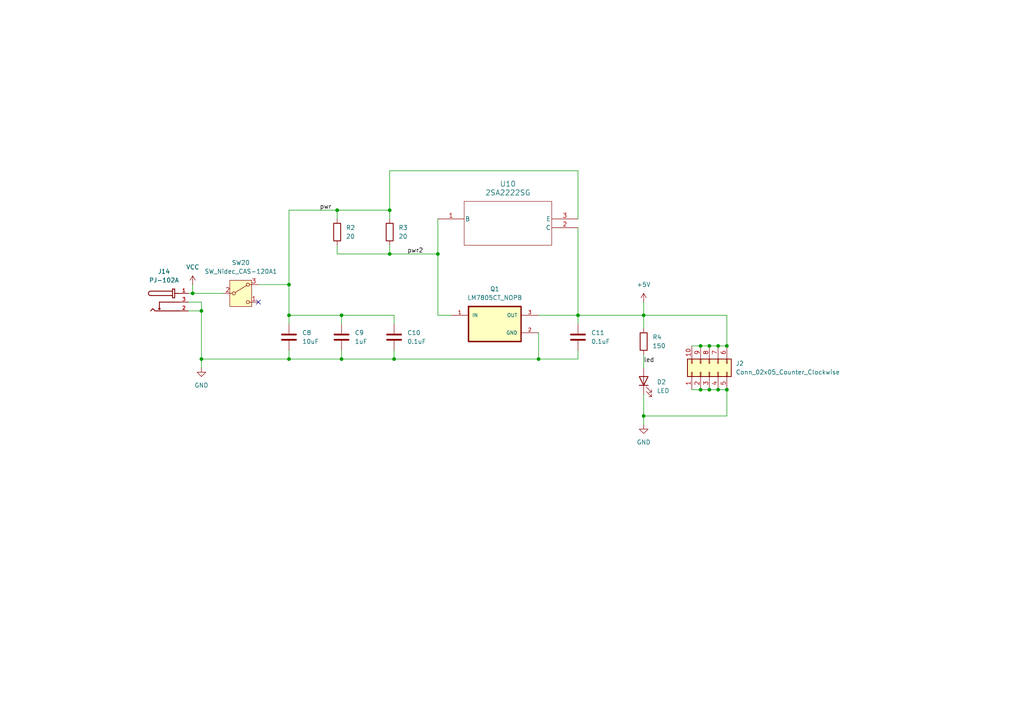
<source format=kicad_sch>
(kicad_sch (version 20250114) (generator "eeschema") (generator_version "9.0")
  (paper "A4")
  (lib_symbols
    (symbol "2025-09-25_04-52-18:2SA2222SG" (pin_names (offset 0.254))
      (property "Reference" "U" (at 20.32 10.16 0))
      (property "Value" "2SA2222SG" (at 20.32 7.62 0))
      (symbol "2SA2222SG_0_1"
        (polyline (pts (xy 7.62 5.08) (xy 7.62 -7.62)) (stroke (width 0.127)))
        (polyline (pts (xy 7.62 -7.62) (xy 33.02 -7.62)) (stroke (width 0.127)))
        (polyline (pts (xy 33.02 5.08) (xy 7.62 5.08)) (stroke (width 0.127)))
        (polyline (pts (xy 33.02 -7.62) (xy 33.02 5.08)) (stroke (width 0.127)))
        (pin unspecified line (at 0 0 0) (length 7.62) (name "B") (number "1"))
        (pin unspecified line (at 40.64 0 180) (length 7.62) (name "E") (number "3"))
        (pin unspecified line (at 40.64 -2.54 180) (length 7.62) (name "C") (number "2"))
      )
    )
    (symbol "Connector_Generic:Conn_02x05_Counter_Clockwise" (pin_names (offset 1.016) (hide yes))
      (property "Reference" "J" (at 1.27 7.62 0))
      (property "Value" "Conn_02x05_Counter_Clockwise" (at 1.27 -7.62 0))
      (symbol "Conn_02x05_Counter_Clockwise_1_1"
        (rectangle (start -1.27 6.35) (end 3.81 -6.35) (stroke (width 0.254)) (fill (type background)))
        (rectangle (start -1.27 5.207) (end 0 4.953) (stroke (width 0.1524)))
        (rectangle (start -1.27 2.667) (end 0 2.413) (stroke (width 0.1524)))
        (rectangle (start -1.27 0.127) (end 0 -0.127) (stroke (width 0.1524)))
        (rectangle (start -1.27 -2.413) (end 0 -2.667) (stroke (width 0.1524)))
        (rectangle (start -1.27 -4.953) (end 0 -5.207) (stroke (width 0.1524)))
        (rectangle (start 3.81 5.207) (end 2.54 4.953) (stroke (width 0.1524)))
        (rectangle (start 3.81 2.667) (end 2.54 2.413) (stroke (width 0.1524)))
        (rectangle (start 3.81 0.127) (end 2.54 -0.127) (stroke (width 0.1524)))
        (rectangle (start 3.81 -2.413) (end 2.54 -2.667) (stroke (width 0.1524)))
        (rectangle (start 3.81 -4.953) (end 2.54 -5.207) (stroke (width 0.1524)))
        (pin passive line (at -5.08 5.08 0) (length 3.81) (name "Pin_1") (number "1"))
        (pin passive line (at -5.08 2.54 0) (length 3.81) (name "Pin_2") (number "2"))
        (pin passive line (at -5.08 0 0) (length 3.81) (name "Pin_3") (number "3"))
        (pin passive line (at -5.08 -2.54 0) (length 3.81) (name "Pin_4") (number "4"))
        (pin passive line (at -5.08 -5.08 0) (length 3.81) (name "Pin_5") (number "5"))
        (pin passive line (at 7.62 5.08 180) (length 3.81) (name "Pin_10") (number "10"))
        (pin passive line (at 7.62 2.54 180) (length 3.81) (name "Pin_9") (number "9"))
        (pin passive line (at 7.62 0 180) (length 3.81) (name "Pin_8") (number "8"))
        (pin passive line (at 7.62 -2.54 180) (length 3.81) (name "Pin_7") (number "7"))
        (pin passive line (at 7.62 -5.08 180) (length 3.81) (name "Pin_6") (number "6"))
      )
    )
    (symbol "Device:C" (pin_numbers (hide yes)) (pin_names (offset 0.254))
      (property "Reference" "C" (at 0.635 2.54 0))
      (property "Value" "C" (at 0.635 -2.54 0))
      (symbol "C_0_1"
        (polyline (pts (xy -2.032 0.762) (xy 2.032 0.762)) (stroke (width 0.508)))
        (polyline (pts (xy -2.032 -0.762) (xy 2.032 -0.762)) (stroke (width 0.508)))
      )
      (symbol "C_1_1"
        (pin passive line (at 0 3.81 270) (length 2.794) (name "~") (number "1"))
        (pin passive line (at 0 -3.81 90) (length 2.794) (name "~") (number "2"))
      )
    )
    (symbol "Device:LED" (pin_numbers (hide yes)) (pin_names (offset 1.016) (hide yes))
      (property "Reference" "D" (at 0 2.54 0))
      (property "Value" "LED" (at 0 -2.54 0))
      (symbol "LED_0_1"
        (polyline (pts (xy -3.048 -0.762) (xy -4.572 -2.286) (xy -3.81 -2.286) (xy -4.572 -2.286) (xy -4.572 -1.524)))
        (polyline (pts (xy -1.778 -0.762) (xy -3.302 -2.286) (xy -2.54 -2.286) (xy -3.302 -2.286) (xy -3.302 -1.524)))
        (polyline (pts (xy -1.27 0) (xy 1.27 0)))
        (polyline (pts (xy -1.27 -1.27) (xy -1.27 1.27)) (stroke (width 0.254)))
        (polyline (pts (xy 1.27 -1.27) (xy 1.27 1.27) (xy -1.27 0) (xy 1.27 -1.27)) (stroke (width 0.254)))
      )
      (symbol "LED_1_1"
        (pin passive line (at -3.81 0 0) (length 2.54) (name "K") (number "1"))
        (pin passive line (at 3.81 0 180) (length 2.54) (name "A") (number "2"))
      )
    )
    (symbol "Device:R" (pin_numbers (hide yes)) (pin_names (offset 0))
      (property "Reference" "R" (at 2.032 0 90))
      (property "Value" "R" (at 0 0 90))
      (symbol "R_0_1"
        (rectangle (start -1.016 -2.54) (end 1.016 2.54) (stroke (width 0.254)))
      )
      (symbol "R_1_1"
        (pin passive line (at 0 3.81 270) (length 1.27) (name "~") (number "1"))
        (pin passive line (at 0 -3.81 90) (length 1.27) (name "~") (number "2"))
      )
    )
    (symbol "LM7805CT_NOPB:LM7805CT_NOPB" (pin_names (offset 1.016))
      (property "Reference" "Q" (at -7.6274 5.7206 0))
      (property "Value" "LM7805CT_NOPB" (at -7.6285 -7.6285 0))
      (symbol "LM7805CT_NOPB_0_0"
        (rectangle (start -7.62 -5.08) (end 7.62 5.08) (stroke (width 0.4064)) (fill (type background)))
        (pin input line (at -12.7 2.54 0) (length 5.08) (name "IN") (number "1"))
        (pin output line (at 12.7 2.54 180) (length 5.08) (name "OUT") (number "3"))
        (pin power_in line (at 12.7 -2.54 180) (length 5.08) (name "GND") (number "2"))
      )
    )
    (symbol "PJ-102A:PJ-102A" (pin_names (offset 1.016))
      (property "Reference" "J" (at -7.6333 3.0533 0))
      (property "Value" "PJ-102A" (at -7.6363 -10.1817 0))
      (symbol "PJ-102A_0_0"
        (polyline (pts (xy -5.842 0.635) (xy 0.508 0.635)) (stroke (width 0.254)))
        (polyline (pts (xy -5.842 -0.635) (xy 0.508 -0.635)) (stroke (width 0.254)))
        (arc (start -5.842 -0.635) (mid -6.4742 0) (end -5.842 0.635) (stroke (width 0.254)))
        (polyline (pts (xy -5.207 -4.445) (xy -5.842 -5.08)) (stroke (width 0.254)))
        (polyline (pts (xy -4.572 -5.08) (xy -5.207 -4.445)) (stroke (width 0.254)))
        (polyline (pts (xy -3.556 -4.445) (xy -3.302 -4.699)) (stroke (width 0.254)))
        (polyline (pts (xy -3.302 -2.54) (xy -3.302 -4.445)) (stroke (width 0.254)))
        (polyline (pts (xy -3.302 -4.699) (xy -3.048 -4.445)) (stroke (width 0.254)))
        (polyline (pts (xy -3.048 -4.445) (xy -3.556 -4.445)) (stroke (width 0.254)))
        (polyline (pts (xy 0.508 1.27) (xy 0.508 -1.27)) (stroke (width 0.254)))
        (polyline (pts (xy 0.508 -1.27) (xy 1.143 -1.27)) (stroke (width 0.254)))
        (polyline (pts (xy 1.143 1.27) (xy 0.508 1.27)) (stroke (width 0.254)))
        (polyline (pts (xy 1.143 0) (xy 1.143 1.27)) (stroke (width 0.254)))
        (polyline (pts (xy 1.143 0) (xy 2.413 0)) (stroke (width 0.254)))
        (polyline (pts (xy 1.143 -1.27) (xy 1.143 0)) (stroke (width 0.254)))
        (polyline (pts (xy 2.413 -2.54) (xy -3.302 -2.54)) (stroke (width 0.254)))
        (polyline (pts (xy 2.54 -5.08) (xy -4.572 -5.08)) (stroke (width 0.254)))
        (pin power_in line (at 5.08 0 180) (length 2.54) (name "~") (number "1"))
        (pin power_in line (at 5.08 -2.54 180) (length 2.54) (name "~") (number "3"))
        (pin power_in line (at 5.08 -5.08 180) (length 2.54) (name "~") (number "2"))
      )
    )
    (symbol "Switch:SW_Nidec_CAS-120A1" (pin_names (offset 1) (hide yes))
      (property "Reference" "SW" (at 0 4.318 0))
      (property "Value" "SW_Nidec_CAS-120A1" (at 0 -5.08 0))
      (symbol "SW_Nidec_CAS-120A1_0_1"
        (circle (center -2.032 0) (radius 0.4572))
        (polyline (pts (xy -1.651 0.254) (xy 1.651 2.286)))
        (circle (center 2.032 2.54) (radius 0.4572))
        (circle (center 2.032 -2.54) (radius 0.4572))
      )
      (symbol "SW_Nidec_CAS-120A1_1_1"
        (rectangle (start -3.175 3.81) (end 3.175 -3.81) (fill (type background)))
        (pin passive line (at -5.08 0 0) (length 2.54) (name "B") (number "2"))
        (pin passive line (at 5.08 2.54 180) (length 2.54) (name "A") (number "3"))
        (pin passive line (at 5.08 -2.54 180) (length 2.54) (name "C") (number "1"))
      )
    )
    (symbol "power:+5V" (power) (pin_numbers (hide yes)) (pin_names (offset 0) (hide yes))
      (property "Value" "+5V" (at 0 3.556 0))
      (symbol "+5V_0_1"
        (polyline (pts (xy -0.762 1.27) (xy 0 2.54)))
        (polyline (pts (xy 0 2.54) (xy 0.762 1.27)))
        (polyline (pts (xy 0 0) (xy 0 2.54)))
      )
      (symbol "+5V_1_1"
        (pin power_in line (at 0 0 90) (length 0) (name "~") (number "1"))
      )
    )
    (symbol "power:GND" (power) (pin_numbers (hide yes)) (pin_names (offset 0) (hide yes))
      (property "Value" "GND" (at 0 -3.81 0))
      (symbol "GND_0_1"
        (polyline (pts (xy 0 0) (xy 0 -1.27) (xy 1.27 -1.27) (xy 0 -2.54) (xy -1.27 -1.27) (xy 0 -1.27)))
      )
      (symbol "GND_1_1"
        (pin power_in line (at 0 0 270) (length 0) (name "~") (number "1"))
      )
    )
    (symbol "power:VCC" (power) (pin_numbers (hide yes)) (pin_names (offset 0) (hide yes))
      (property "Value" "VCC" (at 0 3.556 0))
      (symbol "VCC_0_1"
        (polyline (pts (xy -0.762 1.27) (xy 0 2.54)))
        (polyline (pts (xy 0 2.54) (xy 0.762 1.27)))
        (polyline (pts (xy 0 0) (xy 0 2.54)))
      )
      (symbol "VCC_1_1"
        (pin power_in line (at 0 0 90) (length 0) (name "~") (number "1"))
      )
    )
  )
  (junction (at 58.42 90.17))
  (junction (at 186.69 120.65))
  (junction (at 83.82 82.55))
  (junction (at 58.42 104.14))
  (junction (at 97.79 60.96))
  (junction (at 83.82 104.14))
  (junction (at 208.28 113.03))
  (junction (at 55.88 85.09))
  (junction (at 83.82 91.44))
  (junction (at 99.06 104.14))
  (junction (at 113.03 60.96))
  (junction (at 127 73.66))
  (junction (at 208.28 100.33))
  (junction (at 205.74 100.33))
  (junction (at 114.3 104.14))
  (junction (at 210.82 113.03))
  (junction (at 210.82 100.33))
  (junction (at 186.69 91.44))
  (junction (at 167.64 91.44))
  (junction (at 205.74 113.03))
  (junction (at 203.2 113.03))
  (junction (at 113.03 73.66))
  (junction (at 99.06 91.44))
  (junction (at 156.21 104.14))
  (junction (at 203.2 100.33))
  (no_connect (at 74.93 87.63))
  (wire (pts (xy 83.82 104.14) (xy 83.82 101.6)))
  (wire (pts (xy 156.21 96.52) (xy 156.21 104.14)))
  (wire (pts (xy 167.64 49.53) (xy 113.03 49.53)))
  (wire (pts (xy 54.61 85.09) (xy 55.88 85.09)))
  (wire (pts (xy 97.79 60.96) (xy 113.03 60.96)))
  (wire (pts (xy 167.64 66.04) (xy 167.64 91.44)))
  (wire (pts (xy 205.74 113.03) (xy 208.28 113.03)))
  (wire (pts (xy 99.06 104.14) (xy 114.3 104.14)))
  (wire (pts (xy 186.69 102.87) (xy 186.69 106.68)))
  (wire (pts (xy 186.69 91.44) (xy 210.82 91.44)))
  (wire (pts (xy 156.21 91.44) (xy 167.64 91.44)))
  (wire (pts (xy 99.06 91.44) (xy 99.06 93.98)))
  (wire (pts (xy 208.28 100.33) (xy 210.82 100.33)))
  (wire (pts (xy 127 73.66) (xy 113.03 73.66)))
  (wire (pts (xy 55.88 85.09) (xy 64.77 85.09)))
  (wire (pts (xy 58.42 104.14) (xy 83.82 104.14)))
  (wire (pts (xy 208.28 113.03) (xy 210.82 113.03)))
  (wire (pts (xy 200.66 100.33) (xy 203.2 100.33)))
  (wire (pts (xy 55.88 82.55) (xy 55.88 85.09)))
  (wire (pts (xy 58.42 104.14) (xy 58.42 106.68)))
  (wire (pts (xy 113.03 60.96) (xy 113.03 63.5)))
  (wire (pts (xy 97.79 60.96) (xy 83.82 60.96)))
  (wire (pts (xy 203.2 113.03) (xy 205.74 113.03)))
  (wire (pts (xy 97.79 73.66) (xy 113.03 73.66)))
  (wire (pts (xy 210.82 113.03) (xy 210.82 120.65)))
  (wire (pts (xy 186.69 114.3) (xy 186.69 120.65)))
  (wire (pts (xy 205.74 100.33) (xy 208.28 100.33)))
  (wire (pts (xy 186.69 120.65) (xy 210.82 120.65)))
  (wire (pts (xy 186.69 91.44) (xy 186.69 95.25)))
  (wire (pts (xy 58.42 90.17) (xy 58.42 104.14)))
  (wire (pts (xy 127 73.66) (xy 127 91.44)))
  (wire (pts (xy 54.61 87.63) (xy 58.42 87.63)))
  (wire (pts (xy 156.21 104.14) (xy 114.3 104.14)))
  (wire (pts (xy 113.03 73.66) (xy 113.03 71.12)))
  (wire (pts (xy 167.64 63.5) (xy 167.64 49.53)))
  (wire (pts (xy 127 91.44) (xy 130.81 91.44)))
  (wire (pts (xy 114.3 104.14) (xy 114.3 101.6)))
  (wire (pts (xy 99.06 91.44) (xy 114.3 91.44)))
  (wire (pts (xy 113.03 49.53) (xy 113.03 60.96)))
  (wire (pts (xy 97.79 71.12) (xy 97.79 73.66)))
  (wire (pts (xy 167.64 91.44) (xy 167.64 93.98)))
  (wire (pts (xy 210.82 91.44) (xy 210.82 100.33)))
  (wire (pts (xy 167.64 101.6) (xy 167.64 104.14)))
  (wire (pts (xy 83.82 91.44) (xy 83.82 93.98)))
  (wire (pts (xy 97.79 63.5) (xy 97.79 60.96)))
  (wire (pts (xy 167.64 91.44) (xy 186.69 91.44)))
  (wire (pts (xy 83.82 104.14) (xy 99.06 104.14)))
  (wire (pts (xy 54.61 90.17) (xy 58.42 90.17)))
  (wire (pts (xy 186.69 120.65) (xy 186.69 123.19)))
  (wire (pts (xy 58.42 87.63) (xy 58.42 90.17)))
  (wire (pts (xy 127 63.5) (xy 127 73.66)))
  (wire (pts (xy 200.66 113.03) (xy 203.2 113.03)))
  (wire (pts (xy 167.64 104.14) (xy 156.21 104.14)))
  (wire (pts (xy 83.82 82.55) (xy 83.82 91.44)))
  (wire (pts (xy 83.82 60.96) (xy 83.82 82.55)))
  (wire (pts (xy 114.3 91.44) (xy 114.3 93.98)))
  (wire (pts (xy 203.2 100.33) (xy 205.74 100.33)))
  (wire (pts (xy 74.93 82.55) (xy 83.82 82.55)))
  (wire (pts (xy 83.82 91.44) (xy 99.06 91.44)))
  (wire (pts (xy 99.06 101.6) (xy 99.06 104.14)))
  (wire (pts (xy 186.69 87.63) (xy 186.69 91.44)))
  (label "pwr2" (at 118.11 73.66 0))
  (label "pwr" (at 92.71 60.96 0))
  (label "led" (at 186.69 105.41 0))
  (symbol (lib_id "Connector_Generic:Conn_02x05_Counter_Clockwise") (at 205.74 107.95 90) (unit 1)
    (property "Reference" "J2" (at 213.36 105.4099 90) (effects (justify right)))
    (property "Value" "Conn_02x05_Counter_Clockwise" (at 213.36 107.9499 90) (effects (justify right)))
    (property "Description" "Generic connector, double row, 02x05, counter clockwise pin numbering scheme (similar to DIP package numbering), script generated (kicad-library-utils/schlib/autogen/connector/)" (effects (hide yes)))
  )
  (symbol (lib_id "Device:C") (at 99.06 97.79 0) (unit 1)
    (property "Reference" "C9" (at 102.87 96.5199 0) (effects (justify left)))
    (property "Value" "1uF" (at 102.87 99.0599 0) (effects (justify left)))
    (property "Footprint" "Capacitor_SMD:C_1206_3216Metric" (effects (hide yes)))
    (property "Description" "Unpolarized capacitor" (effects (hide yes)))
  )
  (symbol (lib_id "Device:C") (at 114.3 97.79 0) (unit 1)
    (property "Reference" "C10" (at 118.11 96.5199 0) (effects (justify left)))
    (property "Value" "0.1uF" (at 118.11 99.0599 0) (effects (justify left)))
    (property "Footprint" "Capacitor_SMD:C_1206_3216Metric" (effects (hide yes)))
    (property "Description" "Unpolarized capacitor" (effects (hide yes)))
  )
  (symbol (lib_id "Device:R") (at 113.03 67.31 0) (unit 1)
    (property "Reference" "R3" (at 115.57 66.0399 0) (effects (justify left)))
    (property "Value" "20" (at 115.57 68.5799 0) (effects (justify left)))
    (property "Footprint" "Resistor_SMD:R_1206_3216Metric" (effects (hide yes)))
    (property "Description" "Resistor" (effects (hide yes)))
  )
  (symbol (lib_id "PJ-102A:PJ-102A") (at 49.53 85.09 0) (unit 1)
    (property "Reference" "J14" (at 47.5629 78.74 0))
    (property "Value" "PJ-102A" (at 47.5629 81.28 0))
    (property "Footprint" "Connector_BarrelJack:BarrelJack_CUI_PJ-102AH_Horizontal" (effects (hide yes)))
    (property "MF" "CUI" (effects (hide yes)))
    (property "DESCRIPTION" "2.0 mm Center Pin%2C 2.5 A%2C Right Angle%2C Through Hole%2C Tapered Pins%2C Dc Power Jack Connector" (effects (hide yes)))
    (property "PACKAGE" "None" (effects (hide yes)))
    (property "PRICE" "0.44 USD" (effects (hide yes)))
    (property "MP" "PJ-102A" (effects (hide yes)))
    (property "AVAILABILITY" "Good" (effects (hide yes)))
    (property "MANUFACTURER" "CUI inc" (effects (hide yes)))
  )
  (symbol (lib_id "Switch:SW_Nidec_CAS-120A1") (at 69.85 85.09 0) (unit 1)
    (property "Reference" "SW20" (at 69.85 76.2 0))
    (property "Value" "SW_Nidec_CAS-120A1" (at 69.85 78.74 0))
    (property "Footprint" "imports:500SSP1S1M2QEA" (effects (hide yes)))
    (property "Datasheet" "https://www.nidec-components.com/e/catalog/switch/cas.pdf" (effects (hide yes)))
    (property "Description" "Switch, single pole double throw" (effects (hide yes)))
  )
  (symbol (lib_id "LM7805CT_NOPB:LM7805CT_NOPB") (at 143.51 93.98 0) (unit 1)
    (property "Reference" "Q1" (at 143.51 83.82 0))
    (property "Value" "LM7805CT_NOPB" (at 143.51 86.36 0))
    (property "Footprint" "imports:TO254P1054X470X2600-3" (effects (hide yes)))
    (property "PARTREV" "LTR" (effects (hide yes)))
    (property "STANDARD" "IPC-7351B" (effects (hide yes)))
    (property "MANUFACTURER" "Texas instruments" (effects (hide yes)))
  )
  (symbol (lib_id "power:GND") (at 58.42 106.68 0) (unit 1)
    (property "Reference" "#PWR022" (effects (hide yes)))
    (property "Value" "GND" (at 58.42 111.76 0))
    (property "Description" "Power symbol creates a global label with name \"GND\" , ground" (effects (hide yes)))
  )
  (symbol (lib_id "power:VCC") (at 55.88 82.55 0) (unit 1)
    (property "Reference" "#PWR047" (effects (hide yes)))
    (property "Value" "VCC" (at 55.88 77.47 0))
    (property "Description" "Power symbol creates a global label with name \"VCC\"" (effects (hide yes)))
  )
  (symbol (lib_id "Device:C") (at 167.64 97.79 0) (unit 1)
    (property "Reference" "C11" (at 171.45 96.5199 0) (effects (justify left)))
    (property "Value" "0.1uF" (at 171.45 99.0599 0) (effects (justify left)))
    (property "Footprint" "Capacitor_SMD:C_1206_3216Metric" (effects (hide yes)))
    (property "Description" "Unpolarized capacitor" (effects (hide yes)))
  )
  (symbol (lib_id "Device:R") (at 186.69 99.06 0) (unit 1)
    (property "Reference" "R4" (at 189.23 97.7899 0) (effects (justify left)))
    (property "Value" "150" (at 189.23 100.3299 0) (effects (justify left)))
    (property "Footprint" "Resistor_SMD:R_1206_3216Metric" (effects (hide yes)))
    (property "Description" "Resistor" (effects (hide yes)))
  )
  (symbol (lib_id "Device:R") (at 97.79 67.31 0) (unit 1)
    (property "Reference" "R2" (at 100.33 66.0399 0) (effects (justify left)))
    (property "Value" "20" (at 100.33 68.5799 0) (effects (justify left)))
    (property "Footprint" "Resistor_SMD:R_1206_3216Metric" (effects (hide yes)))
    (property "Description" "Resistor" (effects (hide yes)))
  )
  (symbol (lib_id "Device:C") (at 83.82 97.79 0) (unit 1)
    (property "Reference" "C8" (at 87.63 96.5199 0) (effects (justify left)))
    (property "Value" "10uF" (at 87.63 99.0599 0) (effects (justify left)))
    (property "Footprint" "Capacitor_SMD:C_1206_3216Metric" (effects (hide yes)))
    (property "Description" "Unpolarized capacitor" (effects (hide yes)))
  )
  (symbol (lib_id "2025-09-25_04-52-18:2SA2222SG") (at 127 63.5 0) (unit 1)
    (property "Reference" "U10" (at 147.32 53.34 0) (effects (font (size 1.524 1.524))))
    (property "Value" "2SA2222SG" (at 147.32 55.88 0) (effects (font (size 1.524 1.524))))
    (property "Footprint" "imports:TO-220F-3SG_15P87X10P16_ONS" (effects (hide yes)))
    (property "Datasheet" "2SA2222SG" (effects (hide yes)))
  )
  (symbol (lib_id "power:GND") (at 186.69 123.19 0) (unit 1)
    (property "Reference" "#PWR024" (effects (hide yes)))
    (property "Value" "GND" (at 186.69 128.27 0))
    (property "Description" "Power symbol creates a global label with name \"GND\" , ground" (effects (hide yes)))
  )
  (symbol (lib_id "Device:LED") (at 186.69 110.49 90) (unit 1)
    (property "Reference" "D2" (at 190.5 110.8074 90) (effects (justify right)))
    (property "Value" "LED" (at 190.5 113.3474 90) (effects (justify right)))
    (property "Footprint" "LED_THT:LED_D3.0mm" (effects (hide yes)))
    (property "Description" "Light emitting diode" (effects (hide yes)))
    (property "Sim.Pins" "1=K 2=A" (effects (hide yes)))
  )
  (symbol (lib_id "power:+5V") (at 186.69 87.63 0) (unit 1)
    (property "Reference" "#PWR023" (effects (hide yes)))
    (property "Value" "+5V" (at 186.69 82.55 0))
    (property "Description" "Power symbol creates a global label with name \"+5V\"" (effects (hide yes)))
  )
)
</source>
